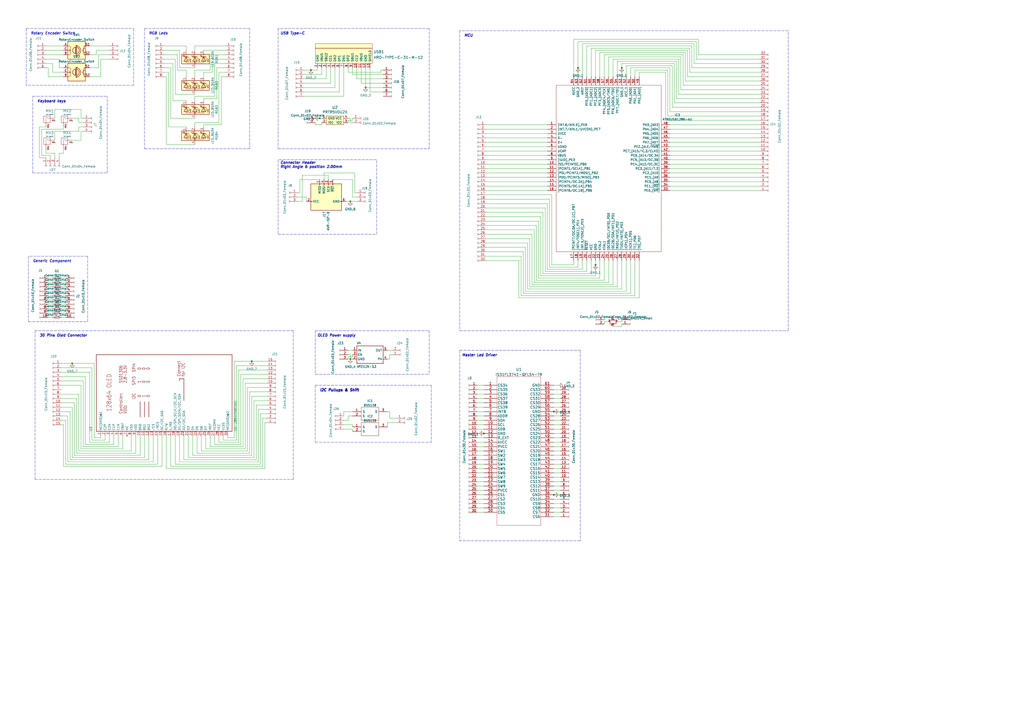
<source format=kicad_sch>
(kicad_sch (version 20211123) (generator eeschema)
  (paper "A2")
  (junction (at 203.2 116.84))
  (junction (at 335.28 39.37))
  (junction (at 321.31 287.02))
  (junction (at 212.09 50.8))
  (junction (at 203.2 208.28))
  (junction (at 41.91 210.82))
  (junction (at 185.42 68.58))
  (junction (at 321.31 238.76))
  (junction (at 280.67 251.46))
  (junction (at 180.34 40.64))
  (junction (at 146.05 209.55))
  (junction (at 360.68 39.37))
  (junction (at 345.44 153.67))
  (wire (pts (xy 276.86 226.06) (xy 280.67 226.06)))
  (wire (pts (xy 118.11 58.42) (xy 118.11 57.15)))
  (wire (pts (xy 99.06 252.73) (xy 99.06 270.51)))
  (wire (pts (xy 130.81 34.29) (xy 123.19 34.29)))
  (wire (pts (xy 180.34 40.64) (xy 184.15 40.64)))
  (wire (pts (xy 391.16 59.69) (xy 391.16 36.83)))
  (wire (pts (xy 388.62 105.41) (xy 440.69 105.41)))
  (wire (pts (xy 135.89 209.55) (xy 146.05 209.55)))
  (polyline (pts (xy 182.88 191.77) (xy 182.88 217.17)))
  (wire (pts (xy 321.31 241.3) (xy 325.12 241.3)))
  (wire (pts (xy 135.89 254) (xy 132.08 254)))
  (wire (pts (xy 335.28 39.37) (xy 335.28 44.45)))
  (wire (pts (xy 281.94 72.39) (xy 317.5 72.39)))
  (wire (pts (xy 101.6 34.29) (xy 95.25 34.29)))
  (wire (pts (xy 276.86 246.38) (xy 280.67 246.38)))
  (wire (pts (xy 113.03 68.58) (xy 99.06 68.58)))
  (wire (pts (xy 109.22 252.73) (xy 109.22 265.43)))
  (wire (pts (xy 43.18 264.16) (xy 81.28 264.16)))
  (wire (pts (xy 276.86 231.14) (xy 280.67 231.14)))
  (wire (pts (xy 203.2 208.28) (xy 203.2 205.74)))
  (wire (pts (xy 199.39 241.3) (xy 199.39 238.76)))
  (wire (pts (xy 68.58 252.73) (xy 68.58 259.08)))
  (wire (pts (xy 27.94 181.61) (xy 30.48 181.61)))
  (wire (pts (xy 60.96 255.27) (xy 53.34 255.27)))
  (wire (pts (xy 321.31 254) (xy 325.12 254)))
  (wire (pts (xy 128.27 72.39) (xy 128.27 44.45)))
  (wire (pts (xy 148.59 234.95) (xy 148.59 266.7)))
  (wire (pts (xy 391.16 36.83) (xy 360.68 36.83)))
  (wire (pts (xy 335.28 24.13) (xy 335.28 39.37)))
  (wire (pts (xy 337.82 25.4) (xy 402.59 25.4)))
  (polyline (pts (xy 16.51 186.69) (xy 50.8 186.69)))
  (wire (pts (xy 321.31 279.4) (xy 325.12 279.4)))
  (wire (pts (xy 226.06 242.57) (xy 229.87 242.57)))
  (wire (pts (xy 22.86 91.44) (xy 26.67 91.44)))
  (wire (pts (xy 31.75 63.5) (xy 31.75 68.58)))
  (wire (pts (xy 440.69 39.37) (xy 401.32 39.37)))
  (wire (pts (xy 123.19 34.29) (xy 123.19 41.91)))
  (wire (pts (xy 96.52 252.73) (xy 96.52 271.78)))
  (wire (pts (xy 400.05 41.91) (xy 440.69 41.91)))
  (wire (pts (xy 140.97 259.08) (xy 121.92 259.08)))
  (wire (pts (xy 118.11 41.91) (xy 118.11 44.45)))
  (wire (pts (xy 182.88 68.58) (xy 185.42 68.58)))
  (wire (pts (xy 201.93 39.37) (xy 201.93 41.91)))
  (wire (pts (xy 153.67 245.11) (xy 153.67 271.78)))
  (wire (pts (xy 46.99 68.58) (xy 48.26 68.58)))
  (wire (pts (xy 130.81 41.91) (xy 127 41.91)))
  (polyline (pts (xy 161.29 92.71) (xy 161.29 135.89)))
  (wire (pts (xy 311.15 162.56) (xy 311.15 130.81)))
  (wire (pts (xy 360.68 189.23) (xy 360.68 187.96)))
  (wire (pts (xy 204.47 68.58) (xy 204.47 69.85)))
  (wire (pts (xy 224.79 208.28) (xy 226.06 208.28)))
  (wire (pts (xy 204.47 246.38) (xy 204.47 247.65)))
  (polyline (pts (xy 62.23 100.33) (xy 62.23 55.88)))
  (wire (pts (xy 276.86 271.78) (xy 280.67 271.78)))
  (wire (pts (xy 335.28 154.94) (xy 318.77 154.94)))
  (wire (pts (xy 27.94 44.45) (xy 36.83 44.45)))
  (wire (pts (xy 34.29 39.37) (xy 34.29 34.29)))
  (wire (pts (xy 127 41.91) (xy 127 71.12)))
  (wire (pts (xy 127 71.12) (xy 113.03 71.12)))
  (wire (pts (xy 224.79 247.65) (xy 224.79 245.11)))
  (wire (pts (xy 143.51 224.79) (xy 143.51 261.62)))
  (polyline (pts (xy 19.05 100.33) (xy 19.05 55.88)))
  (wire (pts (xy 31.75 81.28) (xy 31.75 76.2)))
  (wire (pts (xy 137.16 255.27) (xy 137.16 212.09)))
  (wire (pts (xy 321.31 269.24) (xy 325.12 269.24)))
  (wire (pts (xy 207.01 45.72) (xy 222.25 45.72)))
  (wire (pts (xy 113.03 55.88) (xy 124.46 55.88)))
  (wire (pts (xy 88.9 252.73) (xy 88.9 267.97)))
  (wire (pts (xy 45.72 76.2) (xy 45.72 73.66)))
  (wire (pts (xy 440.69 54.61) (xy 393.7 54.61)))
  (wire (pts (xy 276.86 261.62) (xy 280.67 261.62)))
  (wire (pts (xy 309.88 163.83) (xy 353.06 163.83)))
  (wire (pts (xy 360.68 151.13) (xy 360.68 167.64)))
  (wire (pts (xy 281.94 87.63) (xy 317.5 87.63)))
  (wire (pts (xy 347.98 44.45) (xy 347.98 30.48)))
  (polyline (pts (xy 144.78 86.36) (xy 144.78 16.51)))
  (wire (pts (xy 337.82 44.45) (xy 337.82 25.4)))
  (wire (pts (xy 27.94 184.15) (xy 30.48 184.15)))
  (wire (pts (xy 135.89 209.55) (xy 135.89 254)))
  (wire (pts (xy 332.74 151.13) (xy 332.74 153.67)))
  (wire (pts (xy 58.42 34.29) (xy 63.5 34.29)))
  (wire (pts (xy 196.85 53.34) (xy 176.53 53.34)))
  (wire (pts (xy 187.96 100.33) (xy 205.74 100.33)))
  (polyline (pts (xy 77.47 49.53) (xy 15.24 49.53)))
  (wire (pts (xy 196.85 39.37) (xy 196.85 53.34)))
  (wire (pts (xy 321.31 251.46) (xy 325.12 251.46)))
  (polyline (pts (xy 20.32 191.77) (xy 20.32 278.13)))
  (wire (pts (xy 321.31 223.52) (xy 323.85 223.52)))
  (wire (pts (xy 101.6 54.61) (xy 101.6 34.29)))
  (polyline (pts (xy 15.24 16.51) (xy 77.47 16.51)))
  (wire (pts (xy 107.95 73.66) (xy 97.79 73.66)))
  (wire (pts (xy 276.86 294.64) (xy 280.67 294.64)))
  (wire (pts (xy 44.45 262.89) (xy 44.45 231.14)))
  (wire (pts (xy 45.72 68.58) (xy 45.72 71.12)))
  (polyline (pts (xy 19.05 100.33) (xy 62.23 100.33)))
  (wire (pts (xy 212.09 39.37) (xy 212.09 50.8)))
  (wire (pts (xy 173.99 104.14) (xy 185.42 104.14)))
  (wire (pts (xy 30.48 36.83) (xy 30.48 41.91)))
  (wire (pts (xy 335.28 151.13) (xy 335.28 154.94)))
  (wire (pts (xy 35.56 179.07) (xy 38.1 179.07)))
  (wire (pts (xy 353.06 186.69) (xy 350.52 186.69)))
  (wire (pts (xy 113.03 58.42) (xy 113.03 55.88)))
  (wire (pts (xy 281.94 138.43) (xy 307.34 138.43)))
  (wire (pts (xy 26.67 88.9) (xy 31.75 88.9)))
  (wire (pts (xy 175.26 101.6) (xy 175.26 116.84)))
  (wire (pts (xy 55.88 29.21) (xy 63.5 29.21)))
  (wire (pts (xy 281.94 95.25) (xy 317.5 95.25)))
  (wire (pts (xy 276.86 256.54) (xy 280.67 256.54)))
  (wire (pts (xy 125.73 57.15) (xy 125.73 39.37)))
  (wire (pts (xy 358.14 186.69) (xy 360.68 186.69)))
  (wire (pts (xy 388.62 85.09) (xy 440.69 85.09)))
  (wire (pts (xy 29.21 90.17) (xy 29.21 91.44)))
  (wire (pts (xy 226.06 238.76) (xy 226.06 242.57)))
  (polyline (pts (xy 83.82 86.36) (xy 144.78 86.36)))
  (wire (pts (xy 200.66 116.84) (xy 203.2 116.84)))
  (wire (pts (xy 400.05 27.94) (xy 400.05 41.91)))
  (wire (pts (xy 276.86 254) (xy 280.67 254)))
  (wire (pts (xy 224.79 203.2) (xy 227.33 203.2)))
  (wire (pts (xy 281.94 146.05) (xy 303.53 146.05)))
  (wire (pts (xy 321.31 236.22) (xy 325.12 236.22)))
  (wire (pts (xy 370.84 151.13) (xy 370.84 172.72)))
  (wire (pts (xy 226.06 205.74) (xy 227.33 205.74)))
  (wire (pts (xy 388.62 77.47) (xy 440.69 77.47)))
  (polyline (pts (xy 50.8 148.59) (xy 16.51 148.59)))
  (wire (pts (xy 347.98 161.29) (xy 347.98 151.13)))
  (wire (pts (xy 151.13 240.03) (xy 151.13 269.24)))
  (wire (pts (xy 35.56 173.99) (xy 38.1 173.99)))
  (wire (pts (xy 139.7 217.17) (xy 154.94 217.17)))
  (wire (pts (xy 402.59 25.4) (xy 402.59 36.83)))
  (wire (pts (xy 186.69 39.37) (xy 186.69 43.18)))
  (wire (pts (xy 312.42 161.29) (xy 347.98 161.29)))
  (wire (pts (xy 48.26 259.08) (xy 68.58 259.08)))
  (wire (pts (xy 309.88 133.35) (xy 309.88 163.83)))
  (polyline (pts (xy 457.2 17.78) (xy 266.7 17.78)))
  (wire (pts (xy 402.59 36.83) (xy 440.69 36.83)))
  (polyline (pts (xy 248.92 86.36) (xy 248.92 16.51)))
  (wire (pts (xy 276.86 289.56) (xy 280.67 289.56)))
  (wire (pts (xy 52.07 31.75) (xy 55.88 31.75)))
  (wire (pts (xy 388.62 110.49) (xy 440.69 110.49)))
  (wire (pts (xy 355.6 34.29) (xy 355.6 44.45)))
  (wire (pts (xy 153.67 271.78) (xy 96.52 271.78)))
  (wire (pts (xy 337.82 156.21) (xy 337.82 151.13)))
  (polyline (pts (xy 266.7 203.2) (xy 336.55 203.2)))
  (wire (pts (xy 184.15 40.64) (xy 184.15 39.37)))
  (wire (pts (xy 36.83 86.36) (xy 36.83 88.9)))
  (wire (pts (xy 142.24 260.35) (xy 142.24 222.25)))
  (wire (pts (xy 36.83 41.91) (xy 30.48 41.91)))
  (wire (pts (xy 440.69 64.77) (xy 388.62 64.77)))
  (wire (pts (xy 173.99 111.76) (xy 173.99 104.14)))
  (wire (pts (xy 24.13 90.17) (xy 29.21 90.17)))
  (wire (pts (xy 332.74 22.86) (xy 405.13 22.86)))
  (wire (pts (xy 226.06 208.28) (xy 226.06 205.74)))
  (wire (pts (xy 124.46 252.73) (xy 124.46 257.81)))
  (wire (pts (xy 40.64 266.7) (xy 86.36 266.7)))
  (polyline (pts (xy 15.24 16.51) (xy 15.24 49.53)))
  (wire (pts (xy 107.95 58.42) (xy 100.33 58.42)))
  (wire (pts (xy 99.06 68.58) (xy 99.06 39.37)))
  (polyline (pts (xy 20.32 278.13) (xy 170.18 278.13)))
  (wire (pts (xy 35.56 166.37) (xy 38.1 166.37)))
  (wire (pts (xy 281.94 110.49) (xy 317.5 110.49)))
  (wire (pts (xy 304.8 143.51) (xy 304.8 168.91)))
  (wire (pts (xy 138.43 214.63) (xy 138.43 256.54)))
  (wire (pts (xy 321.31 231.14) (xy 325.12 231.14)))
  (wire (pts (xy 138.43 256.54) (xy 127 256.54)))
  (wire (pts (xy 55.88 31.75) (xy 55.88 29.21)))
  (wire (pts (xy 388.62 80.01) (xy 440.69 80.01)))
  (wire (pts (xy 394.97 33.02) (xy 394.97 52.07)))
  (wire (pts (xy 360.68 39.37) (xy 360.68 44.45)))
  (wire (pts (xy 146.05 209.55) (xy 154.94 209.55)))
  (wire (pts (xy 201.93 243.84) (xy 201.93 241.3)))
  (wire (pts (xy 303.53 170.18) (xy 303.53 146.05)))
  (wire (pts (xy 321.31 266.7) (xy 325.12 266.7)))
  (wire (pts (xy 281.94 102.87) (xy 317.5 102.87)))
  (wire (pts (xy 281.94 80.01) (xy 317.5 80.01)))
  (wire (pts (xy 203.2 116.84) (xy 207.01 116.84)))
  (wire (pts (xy 137.16 212.09) (xy 154.94 212.09)))
  (wire (pts (xy 321.31 261.62) (xy 325.12 261.62)))
  (wire (pts (xy 152.4 242.57) (xy 154.94 242.57)))
  (wire (pts (xy 397.51 30.48) (xy 397.51 46.99)))
  (wire (pts (xy 440.69 44.45) (xy 398.78 44.45)))
  (wire (pts (xy 276.86 251.46) (xy 280.67 251.46)))
  (polyline (pts (xy 218.44 135.89) (xy 218.44 92.71)))
  (polyline (pts (xy 161.29 16.51) (xy 161.29 86.36)))
  (wire (pts (xy 205.74 100.33) (xy 205.74 111.76)))
  (wire (pts (xy 204.47 207.01) (xy 201.93 207.01)))
  (wire (pts (xy 440.69 34.29) (xy 403.86 34.29)))
  (wire (pts (xy 93.98 270.51) (xy 36.83 270.51)))
  (wire (pts (xy 41.91 210.82) (xy 54.61 210.82)))
  (wire (pts (xy 388.62 82.55) (xy 440.69 82.55)))
  (wire (pts (xy 281.94 113.03) (xy 320.04 113.03)))
  (wire (pts (xy 321.31 281.94) (xy 325.12 281.94)))
  (wire (pts (xy 147.32 232.41) (xy 154.94 232.41)))
  (wire (pts (xy 36.83 270.51) (xy 36.83 246.38)))
  (wire (pts (xy 146.05 264.16) (xy 111.76 264.16)))
  (wire (pts (xy 45.72 228.6) (xy 45.72 261.62)))
  (wire (pts (xy 393.7 34.29) (xy 355.6 34.29)))
  (wire (pts (xy 99.06 270.51) (xy 152.4 270.51)))
  (wire (pts (xy 176.53 43.18) (xy 186.69 43.18)))
  (wire (pts (xy 54.61 210.82) (xy 54.61 254)))
  (wire (pts (xy 203.2 68.58) (xy 201.93 68.58)))
  (wire (pts (xy 313.69 160.02) (xy 313.69 125.73)))
  (wire (pts (xy 52.07 256.54) (xy 63.5 256.54)))
  (wire (pts (xy 204.47 69.85) (xy 201.93 69.85)))
  (wire (pts (xy 204.47 39.37) (xy 204.47 43.18)))
  (wire (pts (xy 340.36 157.48) (xy 316.23 157.48)))
  (wire (pts (xy 345.44 29.21) (xy 345.44 44.45)))
  (wire (pts (xy 316.23 157.48) (xy 316.23 120.65)))
  (wire (pts (xy 35.56 184.15) (xy 38.1 184.15)))
  (wire (pts (xy 194.31 50.8) (xy 176.53 50.8)))
  (wire (pts (xy 276.86 241.3) (xy 280.67 241.3)))
  (wire (pts (xy 440.69 69.85) (xy 386.08 69.85)))
  (wire (pts (xy 321.31 259.08) (xy 325.12 259.08)))
  (wire (pts (xy 318.77 115.57) (xy 281.94 115.57)))
  (wire (pts (xy 321.31 289.56) (xy 325.12 289.56)))
  (wire (pts (xy 340.36 26.67) (xy 340.36 44.45)))
  (wire (pts (xy 154.94 219.71) (xy 140.97 219.71)))
  (wire (pts (xy 35.56 246.38) (xy 36.83 246.38)))
  (wire (pts (xy 128.27 44.45) (xy 130.81 44.45)))
  (wire (pts (xy 194.31 39.37) (xy 194.31 50.8)))
  (wire (pts (xy 104.14 39.37) (xy 104.14 29.21)))
  (wire (pts (xy 113.03 26.67) (xy 130.81 26.67)))
  (wire (pts (xy 389.89 62.23) (xy 440.69 62.23)))
  (wire (pts (xy 119.38 260.35) (xy 142.24 260.35)))
  (wire (pts (xy 306.07 167.64) (xy 306.07 140.97)))
  (wire (pts (xy 107.95 40.64) (xy 102.87 40.64)))
  (polyline (pts (xy 336.55 313.69) (xy 266.7 313.69)))
  (wire (pts (xy 78.74 252.73) (xy 78.74 262.89)))
  (wire (pts (xy 118.11 29.21) (xy 130.81 29.21)))
  (wire (pts (xy 281.94 148.59) (xy 302.26 148.59)))
  (wire (pts (xy 220.98 40.64) (xy 222.25 40.64)))
  (wire (pts (xy 125.73 39.37) (xy 130.81 39.37)))
  (polyline (pts (xy 266.7 191.77) (xy 457.2 191.77)))
  (wire (pts (xy 276.86 238.76) (xy 280.67 238.76)))
  (wire (pts (xy 388.62 39.37) (xy 365.76 39.37)))
  (wire (pts (xy 26.67 86.36) (xy 26.67 88.9)))
  (polyline (pts (xy 50.8 186.69) (xy 50.8 148.59)))
  (wire (pts (xy 281.94 105.41) (xy 317.5 105.41)))
  (wire (pts (xy 109.22 265.43) (xy 147.32 265.43)))
  (wire (pts (xy 392.43 57.15) (xy 440.69 57.15)))
  (wire (pts (xy 214.63 39.37) (xy 214.63 53.34)))
  (wire (pts (xy 139.7 257.81) (xy 139.7 217.17)))
  (wire (pts (xy 190.5 101.6) (xy 175.26 101.6)))
  (wire (pts (xy 35.56 228.6) (xy 45.72 228.6)))
  (wire (pts (xy 38.1 269.24) (xy 91.44 269.24)))
  (wire (pts (xy 342.9 27.94) (xy 400.05 27.94)))
  (wire (pts (xy 321.31 299.72) (xy 325.12 299.72)))
  (wire (pts (xy 345.44 151.13) (xy 345.44 153.67)))
  (wire (pts (xy 209.55 48.26) (xy 222.25 48.26)))
  (wire (pts (xy 276.86 269.24) (xy 280.67 269.24)))
  (wire (pts (xy 95.25 31.75) (xy 102.87 31.75)))
  (wire (pts (xy 281.94 130.81) (xy 311.15 130.81)))
  (wire (pts (xy 276.86 274.32) (xy 280.67 274.32)))
  (wire (pts (xy 96.52 44.45) (xy 95.25 44.45)))
  (polyline (pts (xy 170.18 191.77) (xy 20.32 191.77)))
  (wire (pts (xy 35.56 161.29) (xy 38.1 161.29)))
  (wire (pts (xy 118.11 57.15) (xy 125.73 57.15)))
  (wire (pts (xy 57.15 31.75) (xy 63.5 31.75)))
  (wire (pts (xy 107.95 44.45) (xy 107.95 40.64)))
  (wire (pts (xy 355.6 165.1) (xy 308.61 165.1)))
  (wire (pts (xy 317.5 118.11) (xy 317.5 156.21)))
  (wire (pts (xy 27.94 176.53) (xy 30.48 176.53)))
  (wire (pts (xy 27.94 39.37) (xy 27.94 44.45)))
  (wire (pts (xy 113.03 54.61) (xy 101.6 54.61)))
  (wire (pts (xy 300.99 172.72) (xy 300.99 151.13)))
  (wire (pts (xy 101.6 252.73) (xy 101.6 269.24)))
  (wire (pts (xy 387.35 40.64) (xy 387.35 67.31)))
  (wire (pts (xy 140.97 219.71) (xy 140.97 259.08)))
  (wire (pts (xy 321.31 287.02) (xy 325.12 287.02)))
  (wire (pts (xy 276.86 223.52) (xy 280.67 223.52)))
  (wire (pts (xy 388.62 102.87) (xy 440.69 102.87)))
  (wire (pts (xy 342.9 151.13) (xy 342.9 158.75)))
  (wire (pts (xy 34.29 34.29) (xy 26.67 34.29)))
  (wire (pts (xy 26.67 73.66) (xy 22.86 73.66)))
  (polyline (pts (xy 248.92 191.77) (xy 248.92 217.17)))
  (wire (pts (xy 281.94 100.33) (xy 317.5 100.33)))
  (wire (pts (xy 204.47 205.74) (xy 204.47 207.01)))
  (wire (pts (xy 185.42 68.58) (xy 186.69 68.58)))
  (wire (pts (xy 39.37 267.97) (xy 39.37 241.3)))
  (wire (pts (xy 113.03 83.82) (xy 96.52 83.82)))
  (wire (pts (xy 276.86 287.02) (xy 280.67 287.02)))
  (wire (pts (xy 398.78 29.21) (xy 345.44 29.21)))
  (wire (pts (xy 332.74 44.45) (xy 332.74 22.86)))
  (wire (pts (xy 119.38 252.73) (xy 119.38 260.35)))
  (wire (pts (xy 27.94 179.07) (xy 30.48 179.07)))
  (wire (pts (xy 41.91 81.28) (xy 46.99 81.28)))
  (wire (pts (xy 394.97 52.07) (xy 440.69 52.07)))
  (wire (pts (xy 204.47 114.3) (xy 207.01 114.3)))
  (wire (pts (xy 78.74 262.89) (xy 44.45 262.89)))
  (polyline (pts (xy 182.88 217.17) (xy 248.92 217.17)))
  (wire (pts (xy 350.52 162.56) (xy 311.15 162.56)))
  (wire (pts (xy 365.76 151.13) (xy 365.76 170.18)))
  (wire (pts (xy 26.67 29.21) (xy 36.83 29.21)))
  (wire (pts (xy 121.92 252.73) (xy 121.92 259.08)))
  (polyline (pts (xy 250.19 223.52) (xy 250.19 256.54)))
  (wire (pts (xy 204.47 248.92) (xy 204.47 250.19)))
  (wire (pts (xy 388.62 95.25) (xy 440.69 95.25)))
  (wire (pts (xy 201.93 241.3) (xy 204.47 241.3)))
  (wire (pts (xy 368.3 44.45) (xy 368.3 40.64)))
  (wire (pts (xy 358.14 151.13) (xy 358.14 166.37)))
  (wire (pts (xy 46.99 223.52) (xy 35.56 223.52)))
  (wire (pts (xy 52.07 44.45) (xy 58.42 44.45)))
  (wire (pts (xy 355.6 151.13) (xy 355.6 165.1)))
  (wire (pts (xy 365.76 170.18) (xy 303.53 170.18)))
  (wire (pts (xy 308.61 165.1) (xy 308.61 135.89)))
  (wire (pts (xy 46.99 76.2) (xy 46.99 81.28)))
  (wire (pts (xy 149.86 267.97) (xy 149.86 237.49)))
  (wire (pts (xy 281.94 123.19) (xy 314.96 123.19)))
  (wire (pts (xy 60.96 252.73) (xy 60.96 255.27)))
  (wire (pts (xy 58.42 252.73) (xy 58.42 254)))
  (wire (pts (xy 321.31 243.84) (xy 325.12 243.84)))
  (wire (pts (xy 403.86 34.29) (xy 403.86 24.13)))
  (wire (pts (xy 114.3 252.73) (xy 114.3 262.89)))
  (wire (pts (xy 321.31 271.78) (xy 325.12 271.78)))
  (polyline (pts (xy 83.82 16.51) (xy 83.82 86.36)))
  (wire (pts (xy 114.3 262.89) (xy 144.78 262.89)))
  (wire (pts (xy 276.86 248.92) (xy 280.67 248.92)))
  (wire (pts (xy 388.62 100.33) (xy 440.69 100.33)))
  (wire (pts (xy 281.94 120.65) (xy 316.23 120.65)))
  (wire (pts (xy 36.83 39.37) (xy 34.29 39.37)))
  (wire (pts (xy 154.94 214.63) (xy 138.43 214.63)))
  (wire (pts (xy 34.29 88.9) (xy 34.29 91.44)))
  (wire (pts (xy 48.26 220.98) (xy 48.26 259.08)))
  (wire (pts (xy 281.94 97.79) (xy 317.5 97.79)))
  (wire (pts (xy 320.04 113.03) (xy 320.04 153.67)))
  (wire (pts (xy 45.72 73.66) (xy 48.26 73.66)))
  (wire (pts (xy 350.52 31.75) (xy 350.52 44.45)))
  (wire (pts (xy 88.9 267.97) (xy 39.37 267.97)))
  (wire (pts (xy 95.25 26.67) (xy 107.95 26.67)))
  (wire (pts (xy 172.72 114.3) (xy 177.8 114.3)))
  (polyline (pts (xy 182.88 256.54) (xy 250.19 256.54)))
  (wire (pts (xy 207.01 39.37) (xy 207.01 45.72)))
  (wire (pts (xy 321.31 276.86) (xy 325.12 276.86)))
  (wire (pts (xy 321.31 228.6) (xy 325.12 228.6)))
  (wire (pts (xy 193.04 104.14) (xy 204.47 104.14)))
  (wire (pts (xy 199.39 248.92) (xy 204.47 248.92)))
  (polyline (pts (xy 161.29 135.89) (xy 218.44 135.89)))
  (wire (pts (xy 321.31 233.68) (xy 325.12 233.68)))
  (wire (pts (xy 187.96 104.14) (xy 187.96 100.33)))
  (wire (pts (xy 27.94 39.37) (xy 26.67 39.37)))
  (wire (pts (xy 26.67 31.75) (xy 36.83 31.75)))
  (wire (pts (xy 353.06 44.45) (xy 353.06 33.02)))
  (polyline (pts (xy 266.7 17.78) (xy 266.7 191.77)))
  (wire (pts (xy 121.92 31.75) (xy 130.81 31.75)))
  (wire (pts (xy 91.44 252.73) (xy 91.44 269.24)))
  (polyline (pts (xy 170.18 278.13) (xy 170.18 191.77)))
  (wire (pts (xy 154.94 229.87) (xy 146.05 229.87)))
  (polyline (pts (xy 16.51 148.59) (xy 16.51 186.69)))
  (wire (pts (xy 345.44 160.02) (xy 313.69 160.02)))
  (wire (pts (xy 281.94 118.11) (xy 317.5 118.11)))
  (wire (pts (xy 204.47 104.14) (xy 204.47 114.3)))
  (wire (pts (xy 71.12 260.35) (xy 46.99 260.35)))
  (wire (pts (xy 350.52 31.75) (xy 396.24 31.75)))
  (wire (pts (xy 83.82 252.73) (xy 83.82 265.43)))
  (wire (pts (xy 276.86 284.48) (xy 280.67 284.48)))
  (wire (pts (xy 403.86 24.13) (xy 335.28 24.13)))
  (wire (pts (xy 350.52 186.69) (xy 350.52 187.96)))
  (wire (pts (xy 31.75 76.2) (xy 45.72 76.2)))
  (wire (pts (xy 147.32 265.43) (xy 147.32 232.41)))
  (wire (pts (xy 387.35 67.31) (xy 440.69 67.31)))
  (wire (pts (xy 276.86 276.86) (xy 280.67 276.86)))
  (wire (pts (xy 129.54 252.73) (xy 129.54 255.27)))
  (wire (pts (xy 35.56 210.82) (xy 41.91 210.82)))
  (wire (pts (xy 398.78 44.45) (xy 398.78 29.21)))
  (polyline (pts (xy 83.82 16.51) (xy 144.78 16.51)))
  (wire (pts (xy 53.34 255.27) (xy 53.34 213.36)))
  (wire (pts (xy 281.94 85.09) (xy 317.5 85.09)))
  (wire (pts (xy 401.32 39.37) (xy 401.32 26.67)))
  (wire (pts (xy 199.39 238.76) (xy 204.47 238.76)))
  (wire (pts (xy 102.87 40.64) (xy 102.87 31.75)))
  (wire (pts (xy 388.62 97.79) (xy 440.69 97.79)))
  (wire (pts (xy 350.52 151.13) (xy 350.52 162.56)))
  (wire (pts (xy 86.36 252.73) (xy 86.36 266.7)))
  (wire (pts (xy 209.55 39.37) (xy 209.55 48.26)))
  (wire (pts (xy 340.36 151.13) (xy 340.36 157.48)))
  (wire (pts (xy 347.98 30.48) (xy 397.51 30.48)))
  (wire (pts (xy 45.72 71.12) (xy 48.26 71.12)))
  (wire (pts (xy 66.04 257.81) (xy 49.53 257.81)))
  (wire (pts (xy 148.59 266.7) (xy 106.68 266.7)))
  (wire (pts (xy 281.94 74.93) (xy 317.5 74.93)))
  (wire (pts (xy 440.69 59.69) (xy 391.16 59.69)))
  (wire (pts (xy 35.56 213.36) (xy 53.34 213.36)))
  (wire (pts (xy 321.31 248.92) (xy 325.12 248.92)))
  (wire (pts (xy 220.98 41.91) (xy 220.98 40.64)))
  (wire (pts (xy 321.31 238.76) (xy 325.12 238.76)))
  (wire (pts (xy 321.31 256.54) (xy 325.12 256.54)))
  (wire (pts (xy 281.94 77.47) (xy 317.5 77.47)))
  (wire (pts (xy 99.06 39.37) (xy 95.25 39.37)))
  (wire (pts (xy 360.68 167.64) (xy 306.07 167.64)))
  (wire (pts (xy 57.15 39.37) (xy 57.15 31.75)))
  (wire (pts (xy 31.75 63.5) (xy 46.99 63.5)))
  (wire (pts (xy 76.2 252.73) (xy 76.2 261.62)))
  (wire (pts (xy 355.6 184.15) (xy 350.52 184.15)))
  (wire (pts (xy 321.31 246.38) (xy 325.12 246.38)))
  (wire (pts (xy 172.72 111.76) (xy 173.99 111.76)))
  (wire (pts (xy 314.96 158.75) (xy 342.9 158.75)))
  (wire (pts (xy 146.05 229.87) (xy 146.05 264.16)))
  (wire (pts (xy 100.33 36.83) (xy 95.25 36.83)))
  (wire (pts (xy 317.5 156.21) (xy 337.82 156.21)))
  (wire (pts (xy 113.03 71.12) (xy 113.03 73.66)))
  (wire (pts (xy 111.76 252.73) (xy 111.76 264.16)))
  (wire (pts (xy 52.07 26.67) (xy 63.5 26.67)))
  (wire (pts (xy 199.39 39.37) (xy 199.39 55.88)))
  (wire (pts (xy 189.23 39.37) (xy 189.23 45.72)))
  (wire (pts (xy 281.94 107.95) (xy 317.5 107.95)))
  (wire (pts (xy 41.91 265.43) (xy 41.91 236.22)))
  (polyline (pts (xy 161.29 86.36) (xy 248.92 86.36)))
  (wire (pts (xy 386.08 69.85) (xy 386.08 41.91)))
  (wire (pts (xy 363.22 44.45) (xy 363.22 38.1)))
  (wire (pts (xy 142.24 222.25) (xy 154.94 222.25)))
  (wire (pts (xy 405.13 22.86) (xy 405.13 31.75)))
  (wire (pts (xy 365.76 39.37) (xy 365.76 44.45)))
  (wire (pts (xy 104.14 252.73) (xy 104.14 267.97)))
  (wire (pts (xy 355.6 189.23) (xy 360.68 189.23)))
  (wire (pts (xy 281.94 90.17) (xy 317.5 90.17)))
  (wire (pts (xy 144.78 262.89) (xy 144.78 227.33)))
  (polyline (pts (xy 182.88 191.77) (xy 248.92 191.77)))
  (wire (pts (xy 401.32 26.67) (xy 340.36 26.67)))
  (wire (pts (xy 363.22 38.1) (xy 389.89 38.1)))
  (wire (pts (xy 321.31 294.64) (xy 325.12 294.64)))
  (wire (pts (xy 199.39 55.88) (xy 176.53 55.88)))
  (wire (pts (xy 186.69 71.12) (xy 186.69 72.39)))
  (wire (pts (xy 307.34 138.43) (xy 307.34 166.37)))
  (wire (pts (xy 350.52 184.15) (xy 350.52 185.42)))
  (wire (pts (xy 281.94 135.89) (xy 308.61 135.89)))
  (wire (pts (xy 388.62 90.17) (xy 440.69 90.17)))
  (polyline (pts (xy 77.47 16.51) (xy 77.47 49.53)))
  (wire (pts (xy 276.86 243.84) (xy 280.67 243.84)))
  (wire (pts (xy 27.94 163.83) (xy 30.48 163.83)))
  (wire (pts (xy 116.84 252.73) (xy 116.84 261.62)))
  (wire (pts (xy 81.28 252.73) (xy 81.28 264.16)))
  (wire (pts (xy 154.94 234.95) (xy 148.59 234.95)))
  (wire (pts (xy 35.56 238.76) (xy 40.64 238.76)))
  (wire (pts (xy 49.53 218.44) (xy 35.56 218.44)))
  (polyline (pts (xy 19.05 55.88) (xy 62.23 55.88)))
  (wire (pts (xy 201.93 205.74) (xy 203.2 205.74)))
  (wire (pts (xy 281.94 92.71) (xy 317.5 92.71)))
  (wire (pts (xy 314.96 123.19) (xy 314.96 158.75)))
  (wire (pts (xy 203.2 71.12) (xy 203.2 68.58)))
  (wire (pts (xy 27.94 166.37) (xy 30.48 166.37)))
  (polyline (pts (xy 182.88 223.52) (xy 250.19 223.52)))
  (wire (pts (xy 224.79 245.11) (xy 229.87 245.11)))
  (wire (pts (xy 345.44 153.67) (xy 345.44 160.02)))
  (wire (pts (xy 205.74 111.76) (xy 207.01 111.76)))
  (polyline (pts (xy 218.44 92.71) (xy 161.29 92.71)))
  (wire (pts (xy 113.03 39.37) (xy 104.14 39.37)))
  (wire (pts (xy 35.56 233.68) (xy 43.18 233.68)))
  (wire (pts (xy 176.53 48.26) (xy 191.77 48.26)))
  (wire (pts (xy 35.56 231.14) (xy 44.45 231.14)))
  (wire (pts (xy 154.94 245.11) (xy 153.67 245.11)))
  (wire (pts (xy 46.99 63.5) (xy 46.99 68.58)))
  (wire (pts (xy 35.56 243.84) (xy 38.1 243.84)))
  (wire (pts (xy 199.39 243.84) (xy 201.93 243.84)))
  (wire (pts (xy 302.26 171.45) (xy 368.3 171.45)))
  (wire (pts (xy 127 252.73) (xy 127 256.54)))
  (polyline (pts (xy 266.7 203.2) (xy 266.7 313.69)))
  (wire (pts (xy 201.93 69.85) (xy 201.93 71.12)))
  (polyline (pts (xy 248.92 16.51) (xy 161.29 16.51)))
  (wire (pts (xy 107.95 29.21) (xy 107.95 26.67)))
  (wire (pts (xy 52.07 39.37) (xy 57.15 39.37)))
  (wire (pts (xy 49.53 218.44) (xy 49.53 257.81)))
  (wire (pts (xy 321.31 292.1) (xy 325.12 292.1)))
  (wire (pts (xy 66.04 252.73) (xy 66.04 257.81)))
  (wire (pts (xy 186.69 72.39) (xy 182.88 72.39)))
  (polyline (pts (xy 336.55 203.2) (xy 336.55 313.69)))
  (wire (pts (xy 276.86 281.94) (xy 280.67 281.94)))
  (wire (pts (xy 281.94 151.13) (xy 300.99 151.13)))
  (wire (pts (xy 124.46 257.81) (xy 139.7 257.81)))
  (wire (pts (xy 405.13 31.75) (xy 440.69 31.75)))
  (wire (pts (xy 27.94 173.99) (xy 30.48 173.99)))
  (wire (pts (xy 388.62 64.77) (xy 388.62 39.37)))
  (wire (pts (xy 204.47 208.28) (xy 203.2 208.28)))
  (wire (pts (xy 204.47 71.12) (xy 203.2 71.12)))
  (wire (pts (xy 212.09 50.8) (xy 222.25 50.8)))
  (wire (pts (xy 176.53 40.64) (xy 180.34 40.64)))
  (wire (pts (xy 96.52 83.82) (xy 96.52 44.45)))
  (wire (pts (xy 388.62 72.39) (xy 440.69 72.39)))
  (wire (pts (xy 106.68 252.73) (xy 106.68 266.7)))
  (wire (pts (xy 281.94 128.27) (xy 312.42 128.27)))
  (wire (pts (xy 22.86 73.66) (xy 22.86 91.44)))
  (wire (pts (xy 363.22 151.13) (xy 363.22 168.91)))
  (wire (pts (xy 143.51 261.62) (xy 116.84 261.62)))
  (wire (pts (xy 58.42 44.45) (xy 58.42 34.29)))
  (wire (pts (xy 276.86 264.16) (xy 280.67 264.16)))
  (wire (pts (xy 201.93 41.91) (xy 220.98 41.91)))
  (wire (pts (xy 154.94 224.79) (xy 143.51 224.79)))
  (wire (pts (xy 177.8 116.84) (xy 177.8 114.3)))
  (wire (pts (xy 312.42 128.27) (xy 312.42 161.29)))
  (wire (pts (xy 71.12 252.73) (xy 71.12 260.35)))
  (wire (pts (xy 41.91 68.58) (xy 45.72 68.58)))
  (wire (pts (xy 123.19 41.91) (xy 118.11 41.91)))
  (wire (pts (xy 104.14 29.21) (xy 95.25 29.21)))
  (wire (pts (xy 48.26 76.2) (xy 46.99 76.2)))
  (wire (pts (xy 360.68 186.69) (xy 360.68 185.42)))
  (wire (pts (xy 24.13 74.93) (xy 24.13 90.17)))
  (wire (pts (xy 358.14 44.45) (xy 358.14 35.56)))
  (wire (pts (xy 276.86 236.22) (xy 280.67 236.22)))
  (wire (pts (xy 281.94 143.51) (xy 304.8 143.51)))
  (wire (pts (xy 38.1 243.84) (xy 38.1 269.24)))
  (wire (pts (xy 353.06 33.02) (xy 394.97 33.02)))
  (wire (pts (xy 204.47 43.18) (xy 222.25 43.18)))
  (wire (pts (xy 35.56 168.91) (xy 38.1 168.91)))
  (wire (pts (xy 214.63 53.34) (xy 222.25 53.34)))
  (wire (pts (xy 97.79 41.91) (xy 95.25 41.91)))
  (wire (pts (xy 321.31 284.48) (xy 325.12 284.48)))
  (wire (pts (xy 307.34 166.37) (xy 358.14 166.37)))
  (wire (pts (xy 46.99 260.35) (xy 46.99 223.52)))
  (wire (pts (xy 201.93 203.2) (xy 204.47 203.2)))
  (wire (pts (xy 35.56 171.45) (xy 38.1 171.45)))
  (wire (pts (xy 35.56 176.53) (xy 38.1 176.53)))
  (wire (pts (xy 370.84 172.72) (xy 300.99 172.72)))
  (wire (pts (xy 93.98 252.73) (xy 93.98 270.51)))
  (wire (pts (xy 191.77 39.37) (xy 191.77 48.26)))
  (wire (pts (xy 199.39 246.38) (xy 204.47 246.38)))
  (wire (pts (xy 118.11 72.39) (xy 128.27 72.39)))
  (wire (pts (xy 27.94 171.45) (xy 30.48 171.45)))
  (wire (pts (xy 35.56 181.61) (xy 38.1 181.61)))
  (wire (pts (xy 121.92 40.64) (xy 121.92 31.75)))
  (wire (pts (xy 276.86 259.08) (xy 280.67 259.08)))
  (wire (pts (xy 36.83 73.66) (xy 36.83 74.93)))
  (wire (pts (xy 35.56 163.83) (xy 38.1 163.83)))
  (wire (pts (xy 320.04 153.67) (xy 332.74 153.67)))
  (wire (pts (xy 36.83 74.93) (xy 24.13 74.93)))
  (wire (pts (xy 276.86 228.6) (xy 280.67 228.6)))
  (wire (pts (xy 152.4 270.51) (xy 152.4 242.57)))
  (wire (pts (xy 368.3 40.64) (xy 387.35 40.64)))
  (wire (pts (xy 276.86 292.1) (xy 280.67 292.1)))
  (wire (pts (xy 440.69 49.53) (xy 396.24 49.53)))
  (wire (pts (xy 281.94 133.35) (xy 309.88 133.35)))
  (wire (pts (xy 27.94 161.29) (xy 30.48 161.29)))
  (wire (pts (xy 124.46 36.83) (xy 130.81 36.83)))
  (wire (pts (xy 276.86 233.68) (xy 280.67 233.68)))
  (wire (pts (xy 353.06 151.13) (xy 353.06 163.83)))
  (wire (pts (xy 175.26 116.84) (xy 172.72 116.84)))
  (wire (pts (xy 104.14 267.97) (xy 149.86 267.97)))
  (wire (pts (xy 397.51 46.99) (xy 440.69 46.99)))
  (wire (pts (xy 342.9 44.45) (xy 342.9 27.94)))
  (wire (pts (xy 35.56 215.9) (xy 52.07 215.9)))
  (wire (pts (xy 389.89 38.1) (xy 389.89 62.23)))
  (wire (pts (xy 113.03 40.64) (xy 121.92 40.64)))
  (wire (pts (xy 190.5 104.14) (xy 190.5 101.6)))
  (wire (pts (xy 388.62 74.93) (xy 440.69 74.93)))
  (wire (pts (xy 276.86 279.4) (xy 280.67 279.4)))
  (wire (pts (xy 321.31 274.32) (xy 325.12 274.32)))
  (wire (pts (xy 149.86 237.49) (xy 154.94 237.49)))
  (wire (pts (xy 31.75 88.9) (xy 31.75 91.44)))
  (wire (pts (xy 43.18 233.68) (xy 43.18 264.16)))
  (wire (pts (xy 40.64 238.76) (xy 40.64 266.7)))
  (wire (pts (xy 360.68 36.83) (xy 360.68 39.37)))
  (wire (pts (xy 388.62 92.71) (xy 440.69 92.71)))
  (wire (pts (xy 54.61 254) (xy 58.42 254)))
  (wire (pts (xy 318.77 154.94) (xy 318.77 115.57)))
  (wire (pts (xy 182.88 71.12) (xy 182.88 72.39)))
  (wire (pts (xy 35.56 241.3) (xy 39.37 241.3)))
  (wire (pts (xy 388.62 107.95) (xy 440.69 107.95)))
  (wire (pts (xy 97.79 73.66) (xy 97.79 41.91)))
  (wire (pts (xy 368.3 151.13) (xy 368.3 171.45)))
  (wire (pts (xy 100.33 58.42) (xy 100.33 36.83)))
  (wire (pts (xy 388.62 87.63) (xy 440.69 87.63)))
  (wire (pts (xy 144.78 227.33) (xy 154.94 227.33)))
  (wire (pts (xy 132.08 252.73) (xy 132.08 254)))
  (wire (pts (xy 224.79 238.76) (xy 226.06 238.76)))
  (wire (pts (xy 27.94 168.91) (xy 30.48 168.91)))
  (wire (pts (xy 35.56 220.98) (xy 48.26 220.98)))
  (wire (pts (xy 35.56 236.22) (xy 41.91 236.22)))
  (wire (pts (xy 358.14 35.56) (xy 392.43 35.56)))
  (wire (pts (xy 113.03 44.45) (xy 113.03 40.64)))
  (wire (pts (xy 321.31 297.18) (xy 325.12 297.18)))
  (wire (pts (xy 396.24 49.53) (xy 396.24 31.75)))
  (wire (pts (xy 129.54 255.27) (xy 137.16 255.27)))
  (wire (pts (xy 118.11 73.66) (xy 118.11 72.39)))
  (wire (pts (xy 26.67 26.67) (xy 36.83 26.67)))
  (wire (pts (xy 321.31 264.16) (xy 325.12 264.16)))
  (wire (pts (xy 281.94 140.97) (xy 306.07 140.97)))
  (wire (pts (xy 386.08 41.91) (xy 370.84 41.91)))
  (wire (pts (xy 52.07 215.9) (xy 52.07 256.54)))
  (wire (pts (xy 321.31 226.06) (xy 325.12 226.06)))
  (wire (pts (xy 45.72 261.62) (xy 76.2 261.62)))
  (wire (pts (xy 392.43 35.56) (xy 392.43 57.15)))
  (wire (pts (xy 201.93 207.01) (xy 201.93 208.28)))
  (wire (pts (xy 302.26 148.59) (xy 302.26 171.45)))
  (wire (pts (xy 304.8 168.91) (xy 363.22 168.91)))
  (wire (pts (xy 176.53 45.72) (xy 189.23 45.72)))
  (wire (pts (xy 393.7 54.61) (xy 393.7 34.29)))
  (wire (pts (xy 276.86 266.7) (xy 280.67 266.7)))
  (wire (pts (xy 63.5 256.54) (xy 63.5 252.73)))
  (polyline (pts (xy 182.88 223.52) (xy 182.88 256.54)))
  (wire (pts (xy 124.46 55.88) (xy 124.46 36.83)))
  (wire (pts (xy 276.86 297.18) (xy 280.67 297.18)))
  (wire (pts (xy 281.94 82.55) (xy 317.5 82.55)))
  (polyline (pts (xy 457.2 191.77) (xy 457.2 17.78)))
  (wire (pts (xy 281.94 125.73) (xy 313.69 125.73)))
  (wire (pts (xy 154.94 240.03) (xy 151.13 240.03)))
  (wire (pts (xy 26.67 36.83) (xy 30.48 36.83)))
  (wire (pts (xy 151.13 269.24) (xy 101.6 269.24)))
  (wire (pts (xy 36.83 88.9) (xy 34.29 88.9)))
  (wire (pts (xy 370.84 41.91) (xy 370.84 44.45)))
  (wire (pts (xy 83.82 265.43) (xy 41.91 265.43)))
  (wire (pts (xy 113.03 29.21) (xy 113.03 26.67)))
  (text "Connector Header\nRight Angle 6 position 2.00mm" (at 162.56 97.79 0) (effects (font (size 1.5 1.5) (thickness 0.2997) bold italic) (justify left bottom)))
  (text "MCU" (at 269.24 21.59 0) (effects (font (size 1.5 1.5) (thickness 0.2997) bold italic) (justify left bottom)))
  (text "Rotary Encoder Switch" (at 17.78 20.32 0) (effects (font (size 1.5 1.5) (thickness 0.254) bold italic) (justify left bottom)))
  (text "Generic Component" (at 19.05 152.4 0) (effects (font (size 1.5 1.5) (thickness 0.254) bold italic) (justify left bottom)))
  (text "OLED Power supply" (at 184.15 195.58 180) (effects (font (size 1.5 1.5) (thickness 0.3) bold italic) (justify left bottom)))
  (text "I2C Pullups & Shift" (at 185.42 227.33 180) (effects (font (size 1.5 1.5) (thickness 0.3713) bold italic) (justify left bottom)))
  (text "RGB Leds" (at 86.36 20.32 0) (effects (font (size 1.5 1.5) (thickness 0.254) bold italic) (justify left bottom)))
  (text "USB Type-C" (at 162.56 20.32 0) (effects (font (size 1.5 1.5) (thickness 0.2997) bold italic) (justify left bottom)))
  (text "Master Led Driver" (at 267.97 207.01 0) (effects (font (size 1.5 1.5) (thickness 0.2997) bold italic) (justify left bottom)))
  (text "Keyboard keys" (at 21.59 59.69 0) (effects (font (size 1.5 1.5) (thickness 0.2997) bold italic) (justify left bottom)))
  (text "30 Pins Oled Connector" (at 22.86 195.58 0) (effects (font (size 1.5 1.5) (thickness 0.2997) bold italic) (justify left bottom)))
  (symbol (lib_id "Breadbord:Generic_Small") (at 33.02 168.91 0) (unit 1)
    (property "Reference" "G4" (at 33.02 164.8292 0))
    (property "Value" "Generic_Small" (at 33.02 167.3661 0))
    (property "Footprint" "Breadboard:Generic" (effects hide))
  )
  (symbol (lib_id "Breadbord:GND_3") (at 323.85 223.52 90) (unit 1)
    (property "Reference" "#PWR0111" (effects hide))
    (property "Value" "GND_3" (at 327.025 223.9538 90) (effects (justify right)))
  )
  (symbol (lib_id "Breadbord:GND_3") (at 280.67 251.46 270) (unit 1)
    (property "Reference" "#PWR0112" (effects hide))
    (property "Value" "GND_3" (at 277.495 251.8938 90) (effects (justify right)))
  )
  (symbol (lib_id "Breadbord:GND_2") (at 212.09 50.8 0) (unit 1)
    (property "Reference" "#PWR0101" (effects hide))
    (property "Value" "GND_2" (at 212.09 55.2434 0))
  )
  (symbol (lib_id "Breadbord:GND_3") (at 321.31 287.02 90) (unit 1)
    (property "Reference" "#PWR0109" (effects hide))
    (property "Value" "GND_3" (at 324.485 287.4538 90) (effects (justify right)))
  )
  (symbol (lib_id "Breadbord:Generic_Small") (at 33.02 161.29 0) (unit 1)
    (property "Reference" "G1" (at 33.02 157.2092 0))
    (property "Value" "Generic_Small" (at 33.02 159.7461 0))
    (property "Footprint" "Breadboard:Generic" (effects hide))
  )
  (symbol (lib_id "Breadbord:GND_1") (at 345.44 153.67 0) (unit 1)
    (property "Reference" "#PWR0106" (effects hide))
    (property "Value" "GND_1" (at 345.44 158.1134 0))
  )
  (symbol (lib_id "Connector:Conn_01x32_Female") (at 445.77 72.39 0) (mirror x) (unit 1)
    (property "Reference" "J14" (at 446.4812 72.0285 0) (effects (justify left)))
    (property "Value" "Conn_01x32_Female" (at 452.12 63.5 90) (effects (justify left)))
    (property "Footprint" "Connector_PinHeader_2.54mm:PinHeader_1x32_P2.54mm_Vertical" (effects hide))
  )
  (symbol (lib_id "Connector:Conn_01x08_Female") (at 135.89 34.29 0) (unit 1)
    (property "Reference" "J10" (at 133.35 22.86 0) (effects (justify left)))
    (property "Value" "Conn_01x08_Female" (at 139.7 44.45 90) (effects (justify left)))
    (property "Footprint" "Connector_PinHeader_2.54mm:PinHeader_1x08_P2.54mm_Vertical" (effects hide))
  )
  (symbol (lib_id "random-keyboard-parts:PRTR5V0U2X") (at 194.31 69.85 0) (unit 1)
    (property "Reference" "U2" (at 194.31 62.3062 0) (effects (font (size 1.524 1.524))))
    (property "Value" "PRTR5V0U2X" (at 194.31 64.9986 0) (effects (font (size 1.524 1.524))))
    (property "Footprint" "random-keyboard-parts:SOT143B" (effects hide))
  )
  (symbol (lib_id "Connector:Conn_01x04_Female") (at 194.31 243.84 0) (mirror y) (unit 1)
    (property "Reference" "J26" (at 194.945 237.143 0))
    (property "Value" "Conn_01x04_Female" (at 191.77 243.84 90))
    (property "Footprint" "Connector_PinHeader_2.54mm:PinHeader_1x04_P2.54mm_Vertical" (effects hide))
  )
  (symbol (lib_id "Connector:Conn_01x07_Female") (at 227.33 48.26 0) (unit 1)
    (property "Reference" "J16" (at 228.0412 47.3515 0) (effects (justify left)))
    (property "Value" "Conn_01x07_Female" (at 233.68 57.15 90) (effects (justify left)))
    (property "Footprint" "Connector_PinHeader_2.54mm:PinHeader_1x07_P2.54mm_Vertical" (effects hide))
  )
  (symbol (lib_id "Connector:Conn_01x10_Female") (at 43.18 171.45 0) (unit 1)
    (property "Reference" "J2" (at 43.8912 171.8115 0) (effects (justify left)))
    (property "Value" "Conn_01x10_Female" (at 48.26 181.61 90) (effects (justify left)))
    (property "Footprint" "Connector_PinHeader_2.54mm:PinHeader_1x10_P2.54mm_Vertical" (effects hide))
  )
  (symbol (lib_id "Connector:Conn_01x04_Female") (at 68.58 29.21 0) (unit 1)
    (property "Reference" "J12" (at 69.2912 29.5715 0) (effects (justify left)))
    (property "Value" "Conn_01x04_Female" (at 74.93 39.37 90) (effects (justify left)))
    (property "Footprint" "Connector_PinHeader_2.54mm:PinHeader_1x04_P2.54mm_Vertical" (effects hide))
  )
  (symbol (lib_id "Connector:Conn_01x02_Female") (at 365.76 187.96 0) (mirror x) (unit 1)
    (property "Reference" "J6" (at 365.125 180.9963 0))
    (property "Value" "Conn_01x02_Female" (at 365.125 183.7714 0))
    (property "Footprint" "Connector_PinHeader_2.54mm:PinHeader_1x02_P2.54mm_Vertical" (effects hide))
  )
  (symbol (lib_id "Connector:Conn_01x03_Female") (at 167.64 114.3 0) (mirror y) (unit 1)
    (property "Reference" "J8" (at 168.275 107.603 0))
    (property "Value" "Conn_01x03_Female" (at 165.1 114.3 90))
    (property "Footprint" "Connector_PinHeader_2.54mm:PinHeader_1x03_P2.54mm_Vertical" (effects hide))
  )
  (symbol (lib_id "Breadbord:GND_7") (at 146.05 209.55 0) (unit 1)
    (property "Reference" "#PWR0113" (effects hide))
    (property "Value" "GND_7" (at 146.05 213.9934 0))
  )
  (symbol (lib_id "Connector:Conn_01x32_Female") (at 276.86 110.49 0) (mirror y) (unit 1)
    (property "Reference" "J13" (at 277.495 67.9663 0))
    (property "Value" "Conn_01x32_Female" (at 271.78 110.49 90))
    (property "Footprint" "Connector_PinHeader_2.54mm:PinHeader_1x32_P2.54mm_Vertical" (effects hide))
  )
  (symbol (lib_id "Breadbord:IS31FL3741-QFLS4-TR") (at 280.67 223.52 0) (unit 1)
    (property "Reference" "U1" (at 300.99 214.2924 0) (effects (font (size 1.524 1.524))))
    (property "Value" "IS31FL3741-QFLS4-TR" (at 300.99 217.2858 0) (effects (font (size 1.524 1.524))))
    (property "Footprint" "Breadboard:IS31FL3741-QFLS4-TR" (effects hide))
  )
  (symbol (lib_id "Type-C:HRO-TYPE-C-31-M-12") (at 198.12 36.83 90) (mirror x) (unit 1)
    (property "Reference" "USB1" (at 216.535 30.0503 90) (effects (font (size 1.524 1.524)) (justify right)))
    (property "Value" "HRO-TYPE-C-31-M-12" (at 216.535 33.3293 90) (effects (font (size 1.524 1.524)) (justify right)))
    (property "Footprint" "Type-C:HRO-TYPE-C-31-M-12" (effects hide))
  )
  (symbol (lib_id "Connector:Conn_01x08_Female") (at 90.17 34.29 0) (mirror y) (unit 1)
    (property "Reference" "J9" (at 90.805 22.2463 0))
    (property "Value" "Conn_01x08_Female" (at 86.36 34.29 90))
    (property "Footprint" "Connector_PinHeader_2.54mm:PinHeader_1x08_P2.54mm_Vertical" (effects hide))
  )
  (symbol (lib_id "Connector:Conn_01x15_Female") (at 30.48 228.6 0) (mirror y) (unit 1)
    (property "Reference" "J22" (at 31.115 206.663 0))
    (property "Value" "Conn_01x15_Female" (at 26.67 228.6 90))
    (property "Footprint" "Connector_PinHeader_2.54mm:PinHeader_1x15_P2.54mm_Vertical" (effects hide))
  )
  (symbol (lib_id "Breadbord:GND_7") (at 41.91 210.82 0) (unit 1)
    (property "Reference" "#PWR0114" (effects hide))
    (property "Value" "GND_7" (at 41.91 215.2634 0))
  )
  (symbol (lib_id "Breadbord:Generic_Small") (at 33.02 173.99 0) (unit 1)
    (property "Reference" "G6" (at 33.02 169.9092 0))
    (property "Value" "Generic_Small" (at 33.02 172.4461 0))
    (property "Footprint" "Breadboard:Generic" (effects hide))
  )
  (symbol (lib_id "Connector:Conn_01x02_Female") (at 177.8 68.58 0) (mirror y) (unit 1)
    (property "Reference" "J19" (at 178.435 64.423 0))
    (property "Value" "Conn_01x02_Female" (at 178.435 66.9599 0))
    (property "Footprint" "Connector_PinHeader_2.54mm:PinHeader_1x02_P2.54mm_Vertical" (effects hide))
  )
  (symbol (lib_id "Breadbord:GND_2") (at 180.34 40.64 0) (unit 1)
    (property "Reference" "#PWR0103" (effects hide))
    (property "Value" "GND_2" (at 180.34 45.0834 0))
  )
  (symbol (lib_id "Connector:Conn_01x03_Female") (at 196.85 205.74 0) (mirror y) (unit 1)
    (property "Reference" "J23" (at 197.485 199.043 0))
    (property "Value" "Conn_01x03_Female" (at 193.04 207.01 90))
    (property "Footprint" "Connector_PinHeader_2.54mm:PinHeader_1x03_P2.54mm_Vertical" (effects hide))
  )
  (symbol (lib_id "Breadbord:Generic_Small") (at 33.02 163.83 0) (unit 1)
    (property "Reference" "G2" (at 33.02 159.7492 0))
    (property "Value" "Generic_Small" (at 33.02 162.2861 0))
    (property "Footprint" "Breadboard:Generic" (effects hide))
  )
  (symbol (lib_id "Device:LED_BGRA") (at 113.03 63.5 270) (unit 1)
    (property "Reference" "RGB3" (at 125.6538 63.5 0))
    (property "Value" "LED_BGRA" (at 123.3424 63.5 0))
    (property "Footprint" "SamacSys_Parts:QBLP677R-RGB" (effects hide))
  )
  (symbol (lib_id "Connector:Conn_01x02_Female") (at 209.55 68.58 0) (unit 1)
    (property "Reference" "J20" (at 210.2612 69.0153 0) (effects (justify left)))
    (property "Value" "Conn_01x02_Female" (at 210.2612 71.5522 0) (effects (justify left)))
    (property "Footprint" "Connector_PinHeader_2.54mm:PinHeader_1x02_P2.54mm_Vertical" (effects hide))
  )
  (symbol (lib_id "Connector:Conn_01x15_Female") (at 160.02 227.33 0) (mirror x) (unit 1)
    (property "Reference" "J21" (at 159.385 205.393 0))
    (property "Value" "Conn_01x15_Female" (at 165.1 227.33 90))
    (property "Footprint" "Connector_PinHeader_2.54mm:PinHeader_1x15_P2.54mm_Vertical" (effects hide))
  )
  (symbol (lib_id "Adafruit 1.3in 128x64 OLED STEMMA QT-eagle-import:DISP_OLED_UG-2864HSWEG01") (at 93.98 227.33 90) (unit 1)
    (property "Reference" "U3" (at 53.34 250.19 0) (effects (justify left bottom)))
    (property "Value" "UG-2864HSWEG01" (at 137.16 250.19 0) (effects (justify left bottom)))
    (property "Footprint" "SamacSys_Parts:5051103091" (effects hide))
  )
  (symbol (lib_id "Connector:Conn_01x10_Female") (at 22.86 171.45 0) (mirror y) (unit 1)
    (property "Reference" "J1" (at 23.495 156.8663 0))
    (property "Value" "Conn_01x10_Female" (at 19.05 171.45 90))
    (property "Footprint" "Connector_PinHeader_2.54mm:PinHeader_1x10_P2.54mm_Vertical" (effects hide))
  )
  (symbol (lib_id "Device:LED_BGRA") (at 113.03 49.53 270) (unit 1)
    (property "Reference" "RGB2" (at 125.6538 49.53 0))
    (property "Value" "LED_BGRA" (at 123.3424 49.53 0))
    (property "Footprint" "SamacSys_Parts:QBLP677R-RGB" (effects hide))
  )
  (symbol (lib_id "MX_Alps_Hybrid:MX-NoLED") (at 27.94 82.55 0) (unit 1)
    (property "Reference" "MX3" (at 28.8256 77.0583 0) (effects (font (size 1.524 1.524))))
    (property "Value" "MX-NoLED" (at 28.8256 79.1385 0) (effects (font (size 0.508 0.508))))
    (property "Footprint" "SamacSys_Parts:MXOnly-1U-NoLED_3Pins" (effects hide))
  )
  (symbol (lib_id "Connector:Conn_01x30_Female") (at 330.2 264.16 0) (mirror x) (unit 1)
    (property "Reference" "J4" (at 329.565 221.903 0))
    (property "Value" "Conn_01x30_Female" (at 332.74 259.08 90))
    (property "Footprint" "Connector_PinHeader_2.54mm:PinHeader_1x30_P2.54mm_Vertical" (effects hide))
  )
  (symbol (lib_id "Breadbord:Generic_Small") (at 33.02 166.37 0) (unit 1)
    (property "Reference" "G3" (at 33.02 162.2892 0))
    (property "Value" "Generic_Small" (at 33.02 164.8261 0))
    (property "Footprint" "Breadboard:Generic" (effects hide))
  )
  (symbol (lib_id "Device:LED_BGRA") (at 113.03 78.74 270) (unit 1)
    (property "Reference" "RGB4" (at 125.6538 78.74 0))
    (property "Value" "LED_BGRA" (at 123.3424 78.74 0))
    (property "Footprint" "SamacSys_Parts:QBLP677R-RGB" (effects hide))
  )
  (symbol (lib_id "Breadbord:Generic_Small") (at 33.02 176.53 0) (unit 1)
    (property "Reference" "G7" (at 33.02 172.4492 0))
    (property "Value" "Generic_Small" (at 33.02 174.9861 0))
    (property "Footprint" "Breadboard:Generic" (effects hide))
  )
  (symbol (lib_id "Device:RotaryEncoder_Switch") (at 44.45 41.91 0) (unit 1)
    (property "Reference" "SW2" (at 44.45 32.8635 0))
    (property "Value" "RotaryEncoder_Switch" (at 44.45 35.6386 0))
    (property "Footprint" "Rotary_Encoder:RotaryEncoder_Alps_EC12E-Switch_Vertical_H20mm" (effects hide))
  )
  (symbol (lib_id "MX_Alps_Hybrid:MX-NoLED") (at 38.1 82.55 0) (unit 1)
    (property "Reference" "MX4" (at 38.9856 77.0583 0) (effects (font (size 1.524 1.524))))
    (property "Value" "MX-NoLED" (at 38.9856 79.1385 0) (effects (font (size 0.508 0.508))))
    (property "Footprint" "SamacSys_Parts:MXOnly-1U-NoLED_3Pins" (effects hide))
  )
  (symbol (lib_id "Device:Crystal_GND24_Small") (at 355.6 186.69 270) (unit 1)
    (property "Reference" "Y1" (at 368.3189 181.8343 90))
    (property "Value" "Crystal_GND24_Small" (at 368.3189 184.6094 90))
    (property "Footprint" "Crystal:Crystal_SMD_3225-4Pin_3.2x2.5mm" (effects hide))
  )
  (symbol (lib_id "Connector:AVR-ISP-6") (at 190.5 114.3 90) (unit 1)
    (property "Reference" "J17" (at 188.0616 122.6566 0) (effects (justify right)))
    (property "Value" "AVR-ISP-6" (at 190.373 122.6566 0) (effects (justify right)))
    (property "Footprint" "Connector_PinHeader_2.54mm:PinHeader_2x03_P2.54mm_Vertical" (effects hide))
    (property "Datasheet" " ~" (effects hide))
  )
  (symbol (lib_id "MX_Alps_Hybrid:MX-NoLED") (at 27.94 69.85 0) (unit 1)
    (property "Reference" "MX1" (at 28.8256 64.3583 0) (effects (font (size 1.524 1.524))))
    (property "Value" "MX-NoLED" (at 28.8256 66.4385 0) (effects (font (size 0.508 0.508))))
    (property "Footprint" "SamacSys_Parts:MXOnly-1U-NoLED_3Pins" (effects hide))
  )
  (symbol (lib_id "Connector:Conn_01x02_Female") (at 345.44 185.42 0) (mirror y) (unit 1)
    (property "Reference" "J5" (at 346.075 180.9963 0))
    (property "Value" "Conn_01x02_Female" (at 346.075 183.7714 0))
    (property "Footprint" "Connector_PinHeader_2.54mm:PinHeader_1x02_P2.54mm_Vertical" (effects hide))
  )
  (symbol (lib_id "Connector:Conn_01x04_Female") (at 29.21 96.52 90) (mirror x) (unit 1)
    (property "Reference" "J27" (at 30.48 98.4996 90))
    (property "Value" "Conn_01x04_Female" (at 45.72 96.52 90))
    (property "Footprint" "Connector_PinHeader_2.54mm:PinHeader_1x04_P2.54mm_Vertical" (effects hide))
  )
  (symbol (lib_id "Connector:Conn_01x02_Female") (at 232.41 205.74 0) (mirror x) (unit 1)
    (property "Reference" "J24" (at 231.775 199.043 0))
    (property "Value" "Conn_01x02_Female" (at 236.22 205.74 90))
    (property "Footprint" "Connector_PinHeader_2.54mm:PinHeader_1x02_P2.54mm_Vertical" (effects hide))
  )
  (symbol (lib_id "Breadbord:Generic_Small") (at 33.02 171.45 0) (unit 1)
    (property "Reference" "G5" (at 33.02 167.3692 0))
    (property "Value" "Generic_Small" (at 33.02 169.9061 0))
    (property "Footprint" "Breadboard:Generic" (effects hide))
  )
  (symbol (lib_id "Connector:Conn_01x02_Female") (at 234.95 242.57 0) (unit 1)
    (property "Reference" "J25" (at 235.6612 243.0053 0) (effects (justify left)))
    (property "Value" "Conn_01x02_Female" (at 241.3 252.73 90) (effects (justify left)))
    (property "Footprint" "Connector_PinHeader_2.54mm:PinHeader_1x02_P2.54mm_Vertical" (effects hide))
  )
  (symbol (lib_id "Breadbord:GND_3") (at 321.31 238.76 90) (unit 1)
    (property "Reference" "#PWR0110" (effects hide))
    (property "Value" "GND_3" (at 324.485 239.1938 90) (effects (justify right)))
  )
  (symbol (lib_id "SamacSys_Parts:BSS138") (at 204.47 247.65 0) (unit 1)
    (property "Reference" "IC2" (at 214.63 241.461 0))
    (property "Value" "BSS138" (at 214.63 243.9979 0))
    (property "Footprint" "SamacSys_Parts:SOT95P240X120-3N" (effects hide))
    (property "Datasheet" "https://datasheet.datasheetarchive.com/originals/distributors/Datasheets-24/DSA-479923.pdf" (effects hide))
    (property "Description" "MOSFET N-Channel 50V 0.22A SOT23 Fairchild BSS138 N-channel MOSFET Transistor, 0.22 A, 50 V, 3-Pin SOT-23" (effects hide))
    (property "Height" "1.2" (effects hide))
    (property "Manufacturer_Name" "ON Semiconductor" (effects hide))
    (property "Manufacturer_Part_Number" "BSS138" (effects hide))
    (property "Mouser Part Number" "512-BSS138" (effects hide))
    (property "Mouser Price/Stock" "https://www.mouser.com/Search/Refine.aspx?Keyword=512-BSS138" (effects hide))
  )
  (symbol (lib_id "Connector:Conn_01x04_Female") (at 53.34 71.12 0) (unit 1)
    (property "Reference" "J7" (at 55.3196 72.39 90))
    (property "Value" "Conn_01x04_Female" (at 58.42 71.12 90))
    (property "Footprint" "Connector_PinHeader_2.54mm:PinHeader_1x04_P2.54mm_Vertical" (effects hide))
  )
  (symbol (lib_id "Breadbord:Generic_Small") (at 33.02 179.07 0) (unit 1)
    (property "Reference" "G8" (at 33.02 174.9892 0))
    (property "Value" "Generic_Small" (at 33.02 177.5261 0))
    (property "Footprint" "Breadboard:Generic" (effects hide))
  )
  (symbol (lib_id "Breadbord:GND_1") (at 335.28 39.37 0) (unit 1)
    (property "Reference" "#PWR0108" (effects hide))
    (property "Value" "GND_1" (at 335.28 43.8134 0))
  )
  (symbol (lib_id "Adafruit 1.3in 128x64 OLED STEMMA QT-eagle-import:VREG_SOT23-5") (at 214.63 205.74 0) (unit 1)
    (property "Reference" "U4" (at 207.01 199.644 0) (effects (font (size 1.27 1.0795)) (justify left bottom)))
    (property "Value" "AP2112K-3.3" (at 207.01 213.36 0) (effects (font (size 1.27 1.0795)) (justify left bottom)))
    (property "Footprint" "SamacSys_Parts:SOT95P282X130-5N" (effects hide))
  )
  (symbol (lib_id "Device:RotaryEncoder_Switch") (at 44.45 29.21 0) (unit 1)
    (property "Reference" "SW1" (at 44.45 20.1635 0))
    (property "Value" "RotaryEncoder_Switch" (at 44.45 22.9386 0))
    (property "Footprint" "Rotary_Encoder:RotaryEncoder_Alps_EC12E-Switch_Vertical_H20mm" (effects hide))
  )
  (symbol (lib_id "Breadbord:Generic_Small") (at 33.02 184.15 0) (unit 1)
    (property "Reference" "G10" (at 33.02 180.0692 0))
    (property "Value" "Generic_Small" (at 33.02 182.6061 0))
    (property "Footprint" "Breadboard:Generic" (effects hide))
  )
  (symbol (lib_id "Breadbord:GND_5") (at 185.42 68.58 270) (unit 1)
    (property "Reference" "#PWR0102" (effects hide))
    (property "Value" "GND_5" (at 182.245 69.0138 90) (effects (justify right)))
  )
  (symbol (lib_id "Device:LED_BGRA") (at 113.03 34.29 270) (unit 1)
    (property "Reference" "RGB1" (at 125.6538 34.29 0))
    (property "Value" "LED_BGRA" (at 123.3424 34.29 0))
    (property "Footprint" "SamacSys_Parts:QBLP677R-RGB" (effects hide))
  )
  (symbol (lib_id "Connector:Conn_01x30_Female") (at 271.78 259.08 0) (mirror y) (unit 1)
    (property "Reference" "J3" (at 272.415 219.363 0))
    (property "Value" "Conn_01x30_Female" (at 269.24 259.08 90))
    (property "Footprint" "Connector_PinHeader_2.54mm:PinHeader_1x30_P2.54mm_Vertical" (effects hide))
  )
  (symbol (lib_id "Breadbord:Generic_Small") (at 33.02 181.61 0) (unit 1)
    (property "Reference" "G9" (at 33.02 177.5292 0))
    (property "Value" "Generic_Small" (at 33.02 180.0661 0))
    (property "Footprint" "Breadboard:Generic" (effects hide))
  )
  (symbol (lib_id "Connector:Conn_01x07_Female") (at 171.45 48.26 0) (mirror y) (unit 1)
    (property "Reference" "J15" (at 172.085 36.2163 0))
    (property "Value" "Conn_01x07_Female" (at 166.37 48.26 90))
    (property "Footprint" "Connector_PinHeader_2.54mm:PinHeader_1x07_P2.54mm_Vertical" (effects hide))
  )
  (symbol (lib_id "Breadbord:GND_1") (at 360.68 39.37 0) (unit 1)
    (property "Reference" "#PWR0107" (effects hide))
    (property "Value" "GND_1" (at 360.68 43.8134 0))
  )
  (symbol (lib_id "Breadbord:GND_6") (at 203.2 116.84 0) (unit 1)
    (property "Reference" "#PWR0104" (effects hide))
    (property "Value" "GND_6" (at 203.2 121.2834 0))
  )
  (symbol (lib_id "SamacSys_Parts:BSS138") (at 204.47 238.76 0) (unit 1)
    (property "Reference" "IC1" (at 214.63 232.571 0))
    (property "Value" "BSS138" (at 214.63 235.1079 0))
    (property "Footprint" "SamacSys_Parts:SOT95P240X120-3N" (effects hide))
    (property "Datasheet" "https://datasheet.datasheetarchive.com/originals/distributors/Datasheets-24/DSA-479923.pdf" (effects hide))
    (property "Description" "MOSFET N-Channel 50V 0.22A SOT23 Fairchild BSS138 N-channel MOSFET Transistor, 0.22 A, 50 V, 3-Pin SOT-23" (effects hide))
    (property "Height" "1.2" (effects hide))
    (property "Manufacturer_Name" "ON Semiconductor" (effects hide))
    (property "Manufacturer_Part_Number" "BSS138" (effects hide))
    (property "Mouser Part Number" "512-BSS138" (effects hide))
    (property "Mouser Price/Stock" "https://www.mouser.com/Search/Refine.aspx?Keyword=512-BSS138" (effects hide))
  )
  (symbol (lib_id "Connector:Conn_01x06_Female") (at 21.59 31.75 0) (mirror y) (unit 1)
    (property "Reference" "J11" (at 22.225 22.2463 0))
    (property "Value" "Conn_01x06_Female" (at 17.78 31.75 90))
    (property "Footprint" "Connector_PinHeader_2.54mm:PinHeader_1x06_P2.54mm_Vertical" (effects hide))
  )
  (symbol (lib_id "SamacSys_Parts:AT90USB1286-AU") (at 317.5 72.39 0) (unit 1)
    (property "Reference" "IC3" (at 392.888 66.6835 0))
    (property "Value" "AT90USB1286-AU" (at 392.888 69.2204 0))
    (property "Footprint" "SamacSys_Parts:AT90USB1286-AU" (effects hide))
    (property "Datasheet" "http://www.atmel.com/images/7593s.pdf" (effects hide))
    (property "Description" "AT90USB1286-AU, 8 bit AVR Microcontroller 20MHz 128 kB, 4 kB Flash, 8 kB RAM, USB I2C 64-Pin TQFP" (effects hide))
    (property "Height" "1.2" (effects hide))
    (property "Mouser Part Number" "556-AT90USB1286-AU" (effects hide))
    (property "Mouser Price/Stock" "https://www.mouser.co.uk/ProductDetail/Microchip-Technology-Atmel/AT90USB1286-AU/?qs=rBGENRD8NwLZmFbZhqtRLw%3D%3D" (effects hide))
    (property "Manufacturer_Name" "Microchip" (effects hide))
    (property "Manufacturer_Part_Number" "AT90USB1286-AU" (effects hide))
  )
  (symbol (lib_id "Connector:Conn_01x03_Female") (at 212.09 114.3 0) (unit 1)
    (property "Reference" "J18" (at 209.55 109.22 0) (effects (justify left)))
    (property "Value" "Conn_01x03_Female" (at 214.63 123.19 90) (effects (justify left)))
    (property "Footprint" "Connector_PinHeader_2.54mm:PinHeader_1x03_P2.54mm_Vertical" (effects hide))
  )
  (symbol (lib_id "Breadbord:GND_4") (at 203.2 208.28 0) (unit 1)
    (property "Reference" "#PWR0105" (effects hide))
    (property "Value" "GND_4" (at 203.2 212.7234 0))
  )
  (symbol (lib_id "MX_Alps_Hybrid:MX-NoLED") (at 38.1 69.85 0) (unit 1)
    (property "Reference" "MX2" (at 38.9856 64.3583 0) (effects (font (size 1.524 1.524))))
    (property "Value" "MX-NoLED" (at 38.9856 66.4385 0) (effects (font (size 0.508 0.508))))
    (property "Footprint" "SamacSys_Parts:MXOnly-1U-NoLED_3Pins" (effects hide))
  )
)
</source>
